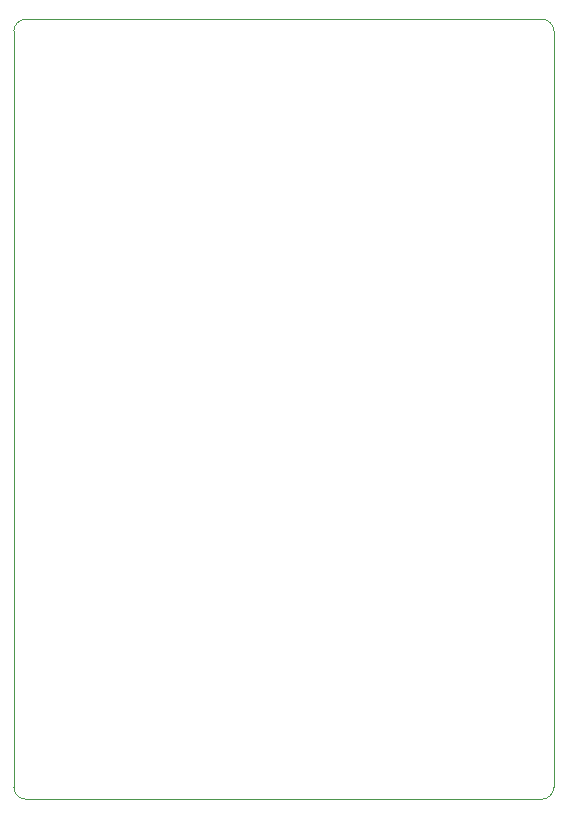
<source format=gbr>
%TF.GenerationSoftware,KiCad,Pcbnew,8.0.1*%
%TF.CreationDate,2024-04-14T04:03:23+09:00*%
%TF.ProjectId,BM83_Breakout,424d3833-5f42-4726-9561-6b6f75742e6b,rev?*%
%TF.SameCoordinates,Original*%
%TF.FileFunction,Profile,NP*%
%FSLAX46Y46*%
G04 Gerber Fmt 4.6, Leading zero omitted, Abs format (unit mm)*
G04 Created by KiCad (PCBNEW 8.0.1) date 2024-04-14 04:03:23*
%MOMM*%
%LPD*%
G01*
G04 APERTURE LIST*
%TA.AperFunction,Profile*%
%ADD10C,0.050000*%
%TD*%
G04 APERTURE END LIST*
D10*
X68580000Y-125984000D02*
X68580000Y-61976000D01*
X113284000Y-60960000D02*
G75*
G02*
X114300000Y-61976000I0J-1016000D01*
G01*
X69596000Y-60960000D02*
X113284000Y-60960000D01*
X114300000Y-125984000D02*
G75*
G02*
X113284000Y-127000000I-1016000J0D01*
G01*
X113284000Y-127000000D02*
X69596000Y-127000000D01*
X69596000Y-127000000D02*
G75*
G02*
X68580000Y-125984000I0J1016000D01*
G01*
X114300000Y-61976000D02*
X114300000Y-125984000D01*
X68580000Y-61976000D02*
G75*
G02*
X69596000Y-60960000I1016000J0D01*
G01*
M02*

</source>
